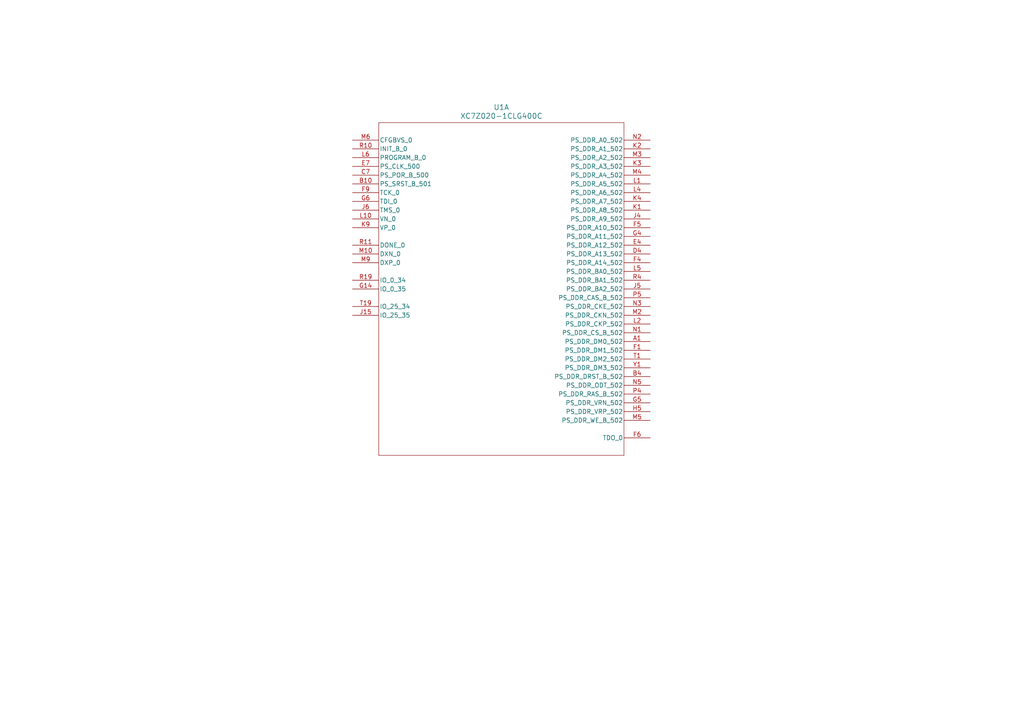
<source format=kicad_sch>
(kicad_sch (version 20231120) (generator "eeschema") (generator_version "8.0")
  (paper "A4")
  (lib_symbols
    (symbol "ZYNC-7020/XC7Z020-1CLG400C:XC7Z020-1CLG400C" (pin_names (offset 0.254))
      (property "Reference" "U" (at 43.18 10.16 0))
      (property "Value" "XC7Z020-1CLG400C" (at 43.18 7.62 0))
      (symbol "XC7Z020-1CLG400C_1_1"
        (polyline (pts (xy 7.62 -91.44) (xy 78.74 -91.44)) (stroke (width 0.127)))
        (polyline (pts (xy 7.62 5.08) (xy 7.62 -91.44)) (stroke (width 0.127)))
        (polyline (pts (xy 78.74 -91.44) (xy 78.74 5.08)) (stroke (width 0.127)))
        (polyline (pts (xy 78.74 5.08) (xy 7.62 5.08)) (stroke (width 0.127)))
        (pin output line (at 86.36 -58.42 180) (length 7.62) (name "PS_DDR_DM0_502") (number "A1"))
        (pin input line (at 0 -12.7 0) (length 7.62) (name "PS_SRST_B_501") (number "B10"))
        (pin output line (at 86.36 -68.58 180) (length 7.62) (name "PS_DDR_DRST_B_502") (number "B4"))
        (pin input line (at 0 -10.16 0) (length 7.62) (name "PS_POR_B_500") (number "C7"))
        (pin output line (at 86.36 -33.02 180) (length 7.62) (name "PS_DDR_A13_502") (number "D4"))
        (pin output line (at 86.36 -30.48 180) (length 7.62) (name "PS_DDR_A12_502") (number "E4"))
        (pin input line (at 0 -7.62 0) (length 7.62) (name "PS_CLK_500") (number "E7"))
        (pin output line (at 86.36 -60.96 180) (length 7.62) (name "PS_DDR_DM1_502") (number "F1"))
        (pin output line (at 86.36 -35.56 180) (length 7.62) (name "PS_DDR_A14_502") (number "F4"))
        (pin output line (at 86.36 -25.4 180) (length 7.62) (name "PS_DDR_A10_502") (number "F5"))
        (pin output line (at 86.36 -86.36 180) (length 7.62) (name "TDO_0") (number "F6"))
        (pin input line (at 0 -15.24 0) (length 7.62) (name "TCK_0") (number "F9"))
        (pin bidirectional line (at 0 -43.18 0) (length 7.62) (name "IO_0_35") (number "G14"))
        (pin output line (at 86.36 -27.94 180) (length 7.62) (name "PS_DDR_A11_502") (number "G4"))
        (pin output line (at 86.36 -76.2 180) (length 7.62) (name "PS_DDR_VRN_502") (number "G5"))
        (pin input line (at 0 -17.78 0) (length 7.62) (name "TDI_0") (number "G6"))
        (pin output line (at 86.36 -78.74 180) (length 7.62) (name "PS_DDR_VRP_502") (number "H5"))
        (pin bidirectional line (at 0 -50.8 0) (length 7.62) (name "IO_25_35") (number "J15"))
        (pin output line (at 86.36 -22.86 180) (length 7.62) (name "PS_DDR_A9_502") (number "J4"))
        (pin output line (at 86.36 -43.18 180) (length 7.62) (name "PS_DDR_BA2_502") (number "J5"))
        (pin input line (at 0 -20.32 0) (length 7.62) (name "TMS_0") (number "J6"))
        (pin output line (at 86.36 -20.32 180) (length 7.62) (name "PS_DDR_A8_502") (number "K1"))
        (pin output line (at 86.36 -2.54 180) (length 7.62) (name "PS_DDR_A1_502") (number "K2"))
        (pin output line (at 86.36 -7.62 180) (length 7.62) (name "PS_DDR_A3_502") (number "K3"))
        (pin output line (at 86.36 -17.78 180) (length 7.62) (name "PS_DDR_A7_502") (number "K4"))
        (pin input line (at 0 -25.4 0) (length 7.62) (name "VP_0") (number "K9"))
        (pin output line (at 86.36 -12.7 180) (length 7.62) (name "PS_DDR_A5_502") (number "L1"))
        (pin input line (at 0 -22.86 0) (length 7.62) (name "VN_0") (number "L10"))
        (pin output line (at 86.36 -53.34 180) (length 7.62) (name "PS_DDR_CKP_502") (number "L2"))
        (pin output line (at 86.36 -15.24 180) (length 7.62) (name "PS_DDR_A6_502") (number "L4"))
        (pin output line (at 86.36 -38.1 180) (length 7.62) (name "PS_DDR_BA0_502") (number "L5"))
        (pin input line (at 0 -5.08 0) (length 7.62) (name "PROGRAM_B_0") (number "L6"))
        (pin unspecified line (at 0 -33.02 0) (length 7.62) (name "DXN_0") (number "M10"))
        (pin output line (at 86.36 -50.8 180) (length 7.62) (name "PS_DDR_CKN_502") (number "M2"))
        (pin output line (at 86.36 -5.08 180) (length 7.62) (name "PS_DDR_A2_502") (number "M3"))
        (pin output line (at 86.36 -10.16 180) (length 7.62) (name "PS_DDR_A4_502") (number "M4"))
        (pin output line (at 86.36 -81.28 180) (length 7.62) (name "PS_DDR_WE_B_502") (number "M5"))
        (pin input line (at 0 0 0) (length 7.62) (name "CFGBVS_0") (number "M6"))
        (pin unspecified line (at 0 -35.56 0) (length 7.62) (name "DXP_0") (number "M9"))
        (pin output line (at 86.36 -55.88 180) (length 7.62) (name "PS_DDR_CS_B_502") (number "N1"))
        (pin output line (at 86.36 0 180) (length 7.62) (name "PS_DDR_A0_502") (number "N2"))
        (pin output line (at 86.36 -48.26 180) (length 7.62) (name "PS_DDR_CKE_502") (number "N3"))
        (pin output line (at 86.36 -71.12 180) (length 7.62) (name "PS_DDR_ODT_502") (number "N5"))
        (pin output line (at 86.36 -73.66 180) (length 7.62) (name "PS_DDR_RAS_B_502") (number "P4"))
        (pin output line (at 86.36 -45.72 180) (length 7.62) (name "PS_DDR_CAS_B_502") (number "P5"))
        (pin bidirectional line (at 0 -2.54 0) (length 7.62) (name "INIT_B_0") (number "R10"))
        (pin bidirectional line (at 0 -30.48 0) (length 7.62) (name "DONE_0") (number "R11"))
        (pin bidirectional line (at 0 -40.64 0) (length 7.62) (name "IO_0_34") (number "R19"))
        (pin output line (at 86.36 -40.64 180) (length 7.62) (name "PS_DDR_BA1_502") (number "R4"))
        (pin output line (at 86.36 -63.5 180) (length 7.62) (name "PS_DDR_DM2_502") (number "T1"))
        (pin bidirectional line (at 0 -48.26 0) (length 7.62) (name "IO_25_34") (number "T19"))
        (pin output line (at 86.36 -66.04 180) (length 7.62) (name "PS_DDR_DM3_502") (number "Y1"))
      )
      (symbol "XC7Z020-1CLG400C_2_1"
        (polyline (pts (xy 7.62 -129.54) (xy 114.3 -129.54)) (stroke (width 0.127)))
        (polyline (pts (xy 7.62 5.08) (xy 7.62 -129.54)) (stroke (width 0.127)))
        (polyline (pts (xy 114.3 -129.54) (xy 114.3 5.08)) (stroke (width 0.127)))
        (polyline (pts (xy 114.3 5.08) (xy 7.62 5.08)) (stroke (width 0.127)))
        (pin bidirectional line (at 121.92 -5.08 180) (length 7.62) (name "IO_L2N_T0_AD8N_35") (number "A20"))
        (pin bidirectional line (at 121.92 -7.62 180) (length 7.62) (name "IO_L2P_T0_AD8P_35") (number "B19"))
        (pin bidirectional line (at 121.92 0 180) (length 7.62) (name "IO_L1N_T0_AD0N_35") (number "B20"))
        (pin bidirectional line (at 121.92 -2.54 180) (length 7.62) (name "IO_L1P_T0_AD0P_35") (number "C20"))
        (pin bidirectional line (at 121.92 -10.16 180) (length 7.62) (name "IO_L3N_T0_DQS_AD1N_35") (number "D18"))
        (pin bidirectional line (at 0 -22.86 0) (length 7.62) (name "IO_L4P_T0_35") (number "D19"))
        (pin bidirectional line (at 0 -17.78 0) (length 7.62) (name "IO_L4N_T0_35") (number "D20"))
        (pin bidirectional line (at 121.92 -12.7 180) (length 7.62) (name "IO_L3P_T0_DQS_AD1P_35") (number "E17"))
        (pin bidirectional line (at 121.92 -17.78 180) (length 7.62) (name "IO_L5P_T0_AD9P_35") (number "E18"))
        (pin bidirectional line (at 121.92 -15.24 180) (length 7.62) (name "IO_L5N_T0_AD9N_35") (number "E19"))
        (pin bidirectional line (at 0 -33.02 0) (length 7.62) (name "IO_L6P_T0_35") (number "F16"))
        (pin bidirectional line (at 121.92 -48.26 180) (length 7.62) (name "IO_L15P_T2_DQS_AD12P_35") (number "F19"))
        (pin bidirectional line (at 121.92 -45.72 180) (length 7.62) (name "IO_L15N_T2_DQS_AD12N_35") (number "F20"))
        (pin bidirectional line (at 121.92 -88.9 180) (length 7.62) (name "IO_L16P_T2_35") (number "G17"))
        (pin bidirectional line (at 121.92 -81.28 180) (length 7.62) (name "IO_L16N_T2_35") (number "G18"))
        (pin bidirectional line (at 121.92 -58.42 180) (length 7.62) (name "IO_L18P_T2_AD13P_35") (number "G19"))
        (pin bidirectional line (at 121.92 -55.88 180) (length 7.62) (name "IO_L18N_T2_AD13N_35") (number "G20"))
        (pin bidirectional line (at 121.92 -116.84 180) (length 7.62) (name "IO_L19P_T3_35") (number "H15"))
        (pin bidirectional line (at 0 -99.06 0) (length 7.62) (name "IO_L13P_T2_MRCC_35") (number "H16"))
        (pin bidirectional line (at 0 -91.44 0) (length 7.62) (name "IO_L13N_T2_MRCC_35") (number "H17"))
        (pin bidirectional line (at 121.92 -40.64 180) (length 7.62) (name "IO_L14N_T2_AD4N_SRCC_35") (number "H18"))
        (pin bidirectional line (at 121.92 -50.8 180) (length 7.62) (name "IO_L17N_T2_AD5N_35") (number "H20"))
        (pin bidirectional line (at 121.92 -60.96 180) (length 7.62) (name "IO_L20N_T3_AD6N_35") (number "J14"))
        (pin bidirectional line (at 121.92 -76.2 180) (length 7.62) (name "IO_L24N_T3_AD15N_35") (number "J16"))
        (pin bidirectional line (at 121.92 -43.18 180) (length 7.62) (name "IO_L14P_T2_AD4P_SRCC_35") (number "J18"))
        (pin bidirectional line (at 121.92 -35.56 180) (length 7.62) (name "IO_L10N_T1_AD11N_35") (number "J19"))
        (pin bidirectional line (at 121.92 -53.34 180) (length 7.62) (name "IO_L17P_T2_AD5P_35") (number "J20"))
        (pin bidirectional line (at 121.92 -63.5 180) (length 7.62) (name "IO_L20P_T3_AD6P_35") (number "K14"))
        (pin bidirectional line (at 121.92 -78.74 180) (length 7.62) (name "IO_L24P_T3_AD15P_35") (number "K16"))
        (pin bidirectional line (at 0 -83.82 0) (length 7.62) (name "IO_L12P_T1_MRCC_35") (number "K17"))
        (pin bidirectional line (at 0 -76.2 0) (length 7.62) (name "IO_L12N_T1_MRCC_35") (number "K18"))
        (pin bidirectional line (at 121.92 -38.1 180) (length 7.62) (name "IO_L10P_T1_AD11P_35") (number "K19"))
        (pin bidirectional line (at 121.92 -73.66 180) (length 7.62) (name "IO_L22P_T3_AD7P_35") (number "L14"))
        (pin bidirectional line (at 121.92 -71.12 180) (length 7.62) (name "IO_L22N_T3_AD7N_35") (number "L15"))
        (pin bidirectional line (at 0 -68.58 0) (length 7.62) (name "IO_L11P_T1_SRCC_35") (number "L16"))
        (pin bidirectional line (at 0 -60.96 0) (length 7.62) (name "IO_L11N_T1_SRCC_35") (number "L17"))
        (pin bidirectional line (at 121.92 -33.02 180) (length 7.62) (name "IO_L9P_T1_DQS_AD3P_35") (number "L19"))
        (pin bidirectional line (at 121.92 -30.48 180) (length 7.62) (name "IO_L9N_T1_DQS_AD3N_35") (number "L20"))
        (pin bidirectional line (at 121.92 -27.94 180) (length 7.62) (name "IO_L8P_T1_AD10P_35") (number "M17"))
        (pin bidirectional line (at 121.92 -25.4 180) (length 7.62) (name "IO_L8N_T1_AD10N_35") (number "M18"))
        (pin bidirectional line (at 121.92 -22.86 180) (length 7.62) (name "IO_L7P_T1_AD2P_35") (number "M19"))
        (pin bidirectional line (at 121.92 -20.32 180) (length 7.62) (name "IO_L7N_T1_AD2N_35") (number "M20"))
        (pin bidirectional line (at 121.92 -68.58 180) (length 7.62) (name "IO_L21P_T3_DQS_AD14P_35") (number "N15"))
        (pin bidirectional line (at 121.92 -66.04 180) (length 7.62) (name "IO_L21N_T3_DQS_AD14N_35") (number "N16"))
        (pin bidirectional line (at 0 -96.52 0) (length 7.62) (name "IO_L13P_T2_MRCC_34") (number "N18"))
        (pin bidirectional line (at 0 -109.22 0) (length 7.62) (name "IO_L14P_T2_SRCC_34") (number "N20"))
        (pin bidirectional line (at 0 -30.48 0) (length 7.62) (name "IO_L6P_T0_34") (number "P14"))
        (pin bidirectional line (at 0 -88.9 0) (length 7.62) (name "IO_L13N_T2_MRCC_34") (number "P19"))
        (pin bidirectional line (at 0 -104.14 0) (length 7.62) (name "IO_L14N_T2_SRCC_34") (number "P20"))
        (pin bidirectional line (at 121.92 -114.3 180) (length 7.62) (name "IO_L19P_T3_34") (number "R16"))
        (pin bidirectional line (at 121.92 -121.92 180) (length 7.62) (name "IO_L20N_T3_34") (number "R18"))
        (pin bidirectional line (at 0 0 0) (length 7.62) (name "IO_L1N_T0_34") (number "T10"))
        (pin bidirectional line (at 0 -2.54 0) (length 7.62) (name "IO_L1P_T0_34") (number "T11"))
        (pin bidirectional line (at 0 -7.62 0) (length 7.62) (name "IO_L2P_T0_34") (number "T12"))
        (pin bidirectional line (at 0 -27.94 0) (length 7.62) (name "IO_L5P_T0_34") (number "T14"))
        (pin bidirectional line (at 0 -25.4 0) (length 7.62) (name "IO_L5N_T0_34") (number "T15"))
        (pin bidirectional line (at 0 -48.26 0) (length 7.62) (name "IO_L9P_T1_DQS_34") (number "T16"))
        (pin bidirectional line (at 0 -119.38 0) (length 7.62) (name "IO_L15P_T2_DQS_34") (number "T20"))
        (pin bidirectional line (at 121.92 -111.76 180) (length 7.62) (name "IO_L19P_T3_13") (number "T5"))
        (pin bidirectional line (at 0 -78.74 0) (length 7.62) (name "IO_L12P_T1_MRCC_13") (number "T9"))
        (pin bidirectional line (at 0 -71.12 0) (length 7.62) (name "IO_L12N_T1_MRCC_13") (number "U10"))
        (pin bidirectional line (at 0 -5.08 0) (length 7.62) (name "IO_L2N_T0_34") (number "U12"))
        (pin bidirectional line (at 0 -12.7 0) (length 7.62) (name "IO_L3P_T0_DQS_PUDC_B_34") (number "U13"))
        (pin bidirectional line (at 0 -66.04 0) (length 7.62) (name "IO_L11P_T1_SRCC_34") (number "U14"))
        (pin bidirectional line (at 0 -58.42 0) (length 7.62) (name "IO_L11N_T1_SRCC_34") (number "U15"))
        (pin bidirectional line (at 0 -45.72 0) (length 7.62) (name "IO_L9N_T1_DQS_34") (number "U17"))
        (pin bidirectional line (at 0 -81.28 0) (length 7.62) (name "IO_L12P_T1_MRCC_34") (number "U18"))
        (pin bidirectional line (at 0 -73.66 0) (length 7.62) (name "IO_L12N_T1_MRCC_34") (number "U19"))
        (pin bidirectional line (at 0 -114.3 0) (length 7.62) (name "IO_L15N_T2_DQS_34") (number "U20"))
        (pin bidirectional line (at 0 -63.5 0) (length 7.62) (name "IO_L11P_T1_SRCC_13") (number "U7"))
        (pin bidirectional line (at 121.92 -91.44 180) (length 7.62) (name "IO_L17N_T2_13") (number "U8"))
        (pin bidirectional line (at 121.92 -96.52 180) (length 7.62) (name "IO_L17P_T2_13") (number "U9"))
        (pin bidirectional line (at 0 -20.32 0) (length 7.62) (name "IO_L4P_T0_34") (number "V12"))
        (pin bidirectional line (at 0 -10.16 0) (length 7.62) (name "IO_L3N_T0_DQS_34") (number "V13"))
        (pin bidirectional line (at 0 -53.34 0) (length 7.62) (name "IO_L10P_T1_34") (number "V15"))
        (pin bidirectional line (at 121.92 -109.22 180) (length 7.62) (name "IO_L18P_T2_34") (number "V16"))
        (pin bidirectional line (at 121.92 -86.36 180) (length 7.62) (name "IO_L16P_T2_34") (number "V20"))
        (pin bidirectional line (at 0 -55.88 0) (length 7.62) (name "IO_L11N_T1_SRCC_13") (number "V7"))
        (pin bidirectional line (at 0 -116.84 0) (length 7.62) (name "IO_L15P_T2_DQS_13") (number "V8"))
        (pin bidirectional line (at 121.92 -83.82 180) (length 7.62) (name "IO_L16P_T2_13") (number "W10"))
        (pin bidirectional line (at 121.92 -106.68 180) (length 7.62) (name "IO_L18P_T2_13") (number "W11"))
        (pin bidirectional line (at 0 -15.24 0) (length 7.62) (name "IO_L4N_T0_34") (number "W13"))
        (pin bidirectional line (at 0 -43.18 0) (length 7.62) (name "IO_L8P_T1_34") (number "W14"))
        (pin bidirectional line (at 0 -50.8 0) (length 7.62) (name "IO_L10N_T1_34") (number "W15"))
        (pin bidirectional line (at 121.92 -104.14 180) (length 7.62) (name "IO_L18N_T2_34") (number "W16"))
        (pin bidirectional line (at 0 -124.46 0) (length 7.62) (name "IO_L16N_T2_34") (number "W20"))
        (pin bidirectional line (at 0 -111.76 0) (length 7.62) (name "IO_L15N_T2_DQS_13") (number "W8"))
        (pin bidirectional line (at 0 -121.92 0) (length 7.62) (name "IO_L16N_T2_13") (number "W9"))
        (pin bidirectional line (at 121.92 -101.6 180) (length 7.62) (name "IO_L18N_T2_13") (number "Y11"))
        (pin bidirectional line (at 121.92 -124.46 180) (length 7.62) (name "IO_L20P_T3_13") (number "Y12"))
        (pin bidirectional line (at 121.92 -119.38 180) (length 7.62) (name "IO_L20N_T3_13") (number "Y13"))
        (pin bidirectional line (at 0 -40.64 0) (length 7.62) (name "IO_L8N_T1_34") (number "Y14"))
        (pin bidirectional line (at 0 -38.1 0) (length 7.62) (name "IO_L7P_T1_34") (number "Y16"))
        (pin bidirectional line (at 0 -35.56 0) (length 7.62) (name "IO_L7N_T1_34") (number "Y17"))
        (pin bidirectional line (at 121.92 -99.06 180) (length 7.62) (name "IO_L17P_T2_34") (number "Y18"))
        (pin bidirectional line (at 121.92 -93.98 180) (length 7.62) (name "IO_L17N_T2_34") (number "Y19"))
        (pin bidirectional line (at 0 -86.36 0) (length 7.62) (name "IO_L13N_T2_MRCC_13") (number "Y6"))
        (pin bidirectional line (at 0 -93.98 0) (length 7.62) (name "IO_L13P_T2_MRCC_13") (number "Y7"))
        (pin bidirectional line (at 0 -101.6 0) (length 7.62) (name "IO_L14N_T2_SRCC_13") (number "Y8"))
        (pin bidirectional line (at 0 -106.68 0) (length 7.62) (name "IO_L14P_T2_SRCC_13") (number "Y9"))
      )
      (symbol "XC7Z020-1CLG400C_3_1"
        (polyline (pts (xy 7.62 -129.54) (xy 88.9 -129.54)) (stroke (width 0.127)))
        (polyline (pts (xy 7.62 5.08) (xy 7.62 -129.54)) (stroke (width 0.127)))
        (polyline (pts (xy 88.9 -129.54) (xy 88.9 5.08)) (stroke (width 0.127)))
        (polyline (pts (xy 88.9 5.08) (xy 7.62 5.08)) (stroke (width 0.127)))
        (pin bidirectional line (at 96.52 -106.68 180) (length 7.62) (name "PS_MIO37_501") (number "A10"))
        (pin bidirectional line (at 96.52 -104.14 180) (length 7.62) (name "PS_MIO36_501") (number "A11"))
        (pin bidirectional line (at 96.52 -99.06 180) (length 7.62) (name "PS_MIO34_501") (number "A12"))
        (pin bidirectional line (at 96.52 -93.98 180) (length 7.62) (name "PS_MIO32_501") (number "A14"))
        (pin bidirectional line (at 96.52 -78.74 180) (length 7.62) (name "PS_MIO26_501") (number "A15"))
        (pin bidirectional line (at 96.52 -73.66 180) (length 7.62) (name "PS_MIO24_501") (number "A16"))
        (pin bidirectional line (at 96.52 -63.5 180) (length 7.62) (name "PS_MIO20_501") (number "A17"))
        (pin bidirectional line (at 96.52 -53.34 180) (length 7.62) (name "PS_MIO16_501") (number "A19"))
        (pin bidirectional line (at 0 -43.18 0) (length 7.62) (name "PS_DDR_DQ2_502") (number "A2"))
        (pin bidirectional line (at 0 -45.72 0) (length 7.62) (name "PS_DDR_DQ3_502") (number "A4"))
        (pin bidirectional line (at 96.52 -27.94 180) (length 7.62) (name "PS_MIO6_500") (number "A5"))
        (pin bidirectional line (at 96.52 -25.4 180) (length 7.62) (name "PS_MIO5_500") (number "A6"))
        (pin bidirectional line (at 96.52 -15.24 180) (length 7.62) (name "PS_MIO1_500") (number "A7"))
        (pin bidirectional line (at 96.52 -121.92 180) (length 7.62) (name "PS_MIO43_501") (number "A9"))
        (pin bidirectional line (at 96.52 -68.58 180) (length 7.62) (name "PS_MIO22_501") (number "B17"))
        (pin bidirectional line (at 96.52 -58.42 180) (length 7.62) (name "PS_MIO18_501") (number "B18"))
        (pin bidirectional line (at 0 -119.38 0) (length 7.62) (name "PS_DDR_DQS_N0_502") (number "B2"))
        (pin bidirectional line (at 0 -40.64 0) (length 7.62) (name "PS_DDR_DQ1_502") (number "B3"))
        (pin bidirectional line (at 96.52 -35.56 180) (length 7.62) (name "PS_MIO9_500") (number "B5"))
        (pin bidirectional line (at 96.52 -22.86 180) (length 7.62) (name "PS_MIO4_500") (number "B7"))
        (pin bidirectional line (at 96.52 -17.78 180) (length 7.62) (name "PS_MIO2_500") (number "B8"))
        (pin bidirectional line (at 0 -53.34 0) (length 7.62) (name "PS_DDR_DQ6_502") (number "C1"))
        (pin bidirectional line (at 96.52 -86.36 180) (length 7.62) (name "PS_MIO29_501") (number "C13"))
        (pin bidirectional line (at 96.52 -88.9 180) (length 7.62) (name "PS_MIO30_501") (number "C15"))
        (pin bidirectional line (at 96.52 -83.82 180) (length 7.62) (name "PS_MIO28_501") (number "C16"))
        (pin bidirectional line (at 96.52 -116.84 180) (length 7.62) (name "PS_MIO41_501") (number "C17"))
        (pin bidirectional line (at 96.52 -111.76 180) (length 7.62) (name "PS_MIO39_501") (number "C18"))
        (pin bidirectional line (at 96.52 -2.54 180) (length 7.62) (name "PS_DDR_DQS_P0_502") (number "C2"))
        (pin bidirectional line (at 0 -38.1 0) (length 7.62) (name "PS_DDR_DQ0_502") (number "C3"))
        (pin bidirectional line (at 96.52 -48.26 180) (length 7.62) (name "PS_MIO14_500") (number "C5"))
        (pin bidirectional line (at 96.52 -40.64 180) (length 7.62) (name "PS_MIO11_500") (number "C6"))
        (pin bidirectional line (at 96.52 -50.8 180) (length 7.62) (name "PS_MIO15_500") (number "C8"))
        (pin bidirectional line (at 0 -50.8 0) (length 7.62) (name "PS_DDR_DQ5_502") (number "D1"))
        (pin bidirectional line (at 96.52 -60.96 180) (length 7.62) (name "PS_MIO19_501") (number "D10"))
        (pin bidirectional line (at 96.52 -71.12 180) (length 7.62) (name "PS_MIO23_501") (number "D11"))
        (pin bidirectional line (at 96.52 -81.28 180) (length 7.62) (name "PS_MIO27_501") (number "D13"))
        (pin bidirectional line (at 96.52 -114.3 180) (length 7.62) (name "PS_MIO40_501") (number "D14"))
        (pin bidirectional line (at 96.52 -96.52 180) (length 7.62) (name "PS_MIO33_501") (number "D15"))
        (pin bidirectional line (at 0 -48.26 0) (length 7.62) (name "PS_DDR_DQ4_502") (number "D3"))
        (pin bidirectional line (at 96.52 -33.02 180) (length 7.62) (name "PS_MIO8_500") (number "D5"))
        (pin bidirectional line (at 96.52 -20.32 180) (length 7.62) (name "PS_MIO3_500") (number "D6"))
        (pin bidirectional line (at 96.52 -30.48 180) (length 7.62) (name "PS_MIO7_500") (number "D8"))
        (pin bidirectional line (at 96.52 -43.18 180) (length 7.62) (name "PS_MIO12_500") (number "D9"))
        (pin bidirectional line (at 0 -55.88 0) (length 7.62) (name "PS_DDR_DQ7_502") (number "E1"))
        (pin bidirectional line (at 96.52 -119.38 180) (length 7.62) (name "PS_MIO42_501") (number "E12"))
        (pin bidirectional line (at 96.52 -109.22 180) (length 7.62) (name "PS_MIO38_501") (number "E13"))
        (pin bidirectional line (at 96.52 -55.88 180) (length 7.62) (name "PS_MIO17_501") (number "E14"))
        (pin bidirectional line (at 96.52 -91.44 180) (length 7.62) (name "PS_MIO31_501") (number "E16"))
        (pin bidirectional line (at 0 -58.42 0) (length 7.62) (name "PS_DDR_DQ8_502") (number "E2"))
        (pin bidirectional line (at 0 -60.96 0) (length 7.62) (name "PS_DDR_DQ9_502") (number "E3"))
        (pin bidirectional line (at 96.52 -12.7 180) (length 7.62) (name "PS_MIO0_500") (number "E6"))
        (pin bidirectional line (at 96.52 -45.72 180) (length 7.62) (name "PS_MIO13_500") (number "E8"))
        (pin bidirectional line (at 96.52 -38.1 180) (length 7.62) (name "PS_MIO10_500") (number "E9"))
        (pin bidirectional line (at 96.52 -101.6 180) (length 7.62) (name "PS_MIO35_501") (number "F12"))
        (pin bidirectional line (at 96.52 -124.46 180) (length 7.62) (name "PS_MIO44_501") (number "F13"))
        (pin bidirectional line (at 96.52 -66.04 180) (length 7.62) (name "PS_MIO21_501") (number "F14"))
        (pin bidirectional line (at 96.52 -76.2 180) (length 7.62) (name "PS_MIO25_501") (number "F15"))
        (pin bidirectional line (at 0 -121.92 0) (length 7.62) (name "PS_DDR_DQS_N1_502") (number "F2"))
        (pin bidirectional line (at 96.52 -5.08 180) (length 7.62) (name "PS_DDR_DQS_P1_502") (number "G2"))
        (pin bidirectional line (at 0 -63.5 0) (length 7.62) (name "PS_DDR_DQ10_502") (number "G3"))
        (pin bidirectional line (at 0 -73.66 0) (length 7.62) (name "PS_DDR_DQ14_502") (number "H1"))
        (pin bidirectional line (at 0 -71.12 0) (length 7.62) (name "PS_DDR_DQ13_502") (number "H2"))
        (pin bidirectional line (at 0 -66.04 0) (length 7.62) (name "PS_DDR_DQ11_502") (number "H3"))
        (pin bidirectional line (at 0 -76.2 0) (length 7.62) (name "PS_DDR_DQ15_502") (number "J1"))
        (pin bidirectional line (at 0 -68.58 0) (length 7.62) (name "PS_DDR_DQ12_502") (number "J3"))
        (pin bidirectional line (at 0 -30.48 0) (length 7.62) (name "IO_L23P_T3_35") (number "M14"))
        (pin bidirectional line (at 0 -25.4 0) (length 7.62) (name "IO_L23N_T3_35") (number "M15"))
        (pin bidirectional line (at 0 -27.94 0) (length 7.62) (name "IO_L23P_T3_34") (number "N17"))
        (pin bidirectional line (at 0 -78.74 0) (length 7.62) (name "PS_DDR_DQ16_502") (number "P1"))
        (pin bidirectional line (at 0 -35.56 0) (length 7.62) (name "IO_L24P_T3_34") (number "P15"))
        (pin bidirectional line (at 0 -33.02 0) (length 7.62) (name "IO_L24N_T3_34") (number "P16"))
        (pin bidirectional line (at 0 -22.86 0) (length 7.62) (name "IO_L23N_T3_34") (number "P18"))
        (pin bidirectional line (at 0 -81.28 0) (length 7.62) (name "PS_DDR_DQ17_502") (number "P3"))
        (pin bidirectional line (at 0 -86.36 0) (length 7.62) (name "PS_DDR_DQ19_502") (number "R1"))
        (pin bidirectional line (at 96.52 -7.62 180) (length 7.62) (name "PS_DDR_DQS_P2_502") (number "R2"))
        (pin bidirectional line (at 0 -83.82 0) (length 7.62) (name "PS_DDR_DQ18_502") (number "R3"))
        (pin bidirectional line (at 0 0 0) (length 7.62) (name "IO_L20P_T3_34") (number "T17"))
        (pin bidirectional line (at 0 -124.46 0) (length 7.62) (name "PS_DDR_DQS_N2_502") (number "T2"))
        (pin bidirectional line (at 0 -88.9 0) (length 7.62) (name "PS_DDR_DQ20_502") (number "T4"))
        (pin bidirectional line (at 0 -93.98 0) (length 7.62) (name "PS_DDR_DQ22_502") (number "U2"))
        (pin bidirectional line (at 0 -96.52 0) (length 7.62) (name "PS_DDR_DQ23_502") (number "U3"))
        (pin bidirectional line (at 0 -91.44 0) (length 7.62) (name "PS_DDR_DQ21_502") (number "U4"))
        (pin bidirectional line (at 0 -99.06 0) (length 7.62) (name "PS_DDR_DQ24_502") (number "V1"))
        (pin bidirectional line (at 0 -2.54 0) (length 7.62) (name "IO_L21N_T3_DQS_13") (number "V10"))
        (pin bidirectional line (at 0 -7.62 0) (length 7.62) (name "IO_L21P_T3_DQS_13") (number "V11"))
        (pin bidirectional line (at 0 -10.16 0) (length 7.62) (name "IO_L21P_T3_DQS_34") (number "V17"))
        (pin bidirectional line (at 0 -5.08 0) (length 7.62) (name "IO_L21N_T3_DQS_34") (number "V18"))
        (pin bidirectional line (at 0 -114.3 0) (length 7.62) (name "PS_DDR_DQ30_502") (number "V2"))
        (pin bidirectional line (at 0 -116.84 0) (length 7.62) (name "PS_DDR_DQ31_502") (number "V3"))
        (pin bidirectional line (at 0 -17.78 0) (length 7.62) (name "IO_L22P_T3_13") (number "V6"))
        (pin bidirectional line (at 0 -104.14 0) (length 7.62) (name "PS_DDR_DQ26_502") (number "W1"))
        (pin bidirectional line (at 0 -20.32 0) (length 7.62) (name "IO_L22P_T3_34") (number "W18"))
        (pin bidirectional line (at 0 -15.24 0) (length 7.62) (name "IO_L22N_T3_34") (number "W19"))
        (pin bidirectional line (at 0 -111.76 0) (length 7.62) (name "PS_DDR_DQ29_502") (number "W3"))
        (pin bidirectional line (at 96.52 0 180) (length 7.62) (name "PS_DDR_DQS_N3_502") (number "W4"))
        (pin bidirectional line (at 96.52 -10.16 180) (length 7.62) (name "PS_DDR_DQS_P3_502") (number "W5"))
        (pin bidirectional line (at 0 -12.7 0) (length 7.62) (name "IO_L22N_T3_13") (number "W6"))
        (pin bidirectional line (at 0 -109.22 0) (length 7.62) (name "PS_DDR_DQ28_502") (number "Y2"))
        (pin bidirectional line (at 0 -101.6 0) (length 7.62) (name "PS_DDR_DQ25_502") (number "Y3"))
        (pin bidirectional line (at 0 -106.68 0) (length 7.62) (name "PS_DDR_DQ27_502") (number "Y4"))
      )
      (symbol "XC7Z020-1CLG400C_4_1"
        (polyline (pts (xy 7.62 -25.4) (xy 43.18 -25.4)) (stroke (width 0.127)))
        (polyline (pts (xy 7.62 5.08) (xy 7.62 -25.4)) (stroke (width 0.127)))
        (polyline (pts (xy 43.18 -25.4) (xy 43.18 5.08)) (stroke (width 0.127)))
        (polyline (pts (xy 43.18 5.08) (xy 7.62 5.08)) (stroke (width 0.127)))
        (pin bidirectional line (at 0 -7.62 0) (length 7.62) (name "PS_MIO48_501") (number "B12"))
        (pin bidirectional line (at 0 -12.7 0) (length 7.62) (name "PS_MIO50_501") (number "B13"))
        (pin bidirectional line (at 0 -5.08 0) (length 7.62) (name "PS_MIO47_501") (number "B14"))
        (pin bidirectional line (at 0 0 0) (length 7.62) (name "PS_MIO45_501") (number "B15"))
        (pin bidirectional line (at 0 -15.24 0) (length 7.62) (name "PS_MIO51_501") (number "B9"))
        (pin bidirectional line (at 0 -17.78 0) (length 7.62) (name "PS_MIO52_501") (number "C10"))
        (pin bidirectional line (at 0 -20.32 0) (length 7.62) (name "PS_MIO53_501") (number "C11"))
        (pin bidirectional line (at 0 -10.16 0) (length 7.62) (name "PS_MIO49_501") (number "C12"))
        (pin bidirectional line (at 0 -2.54 0) (length 7.62) (name "PS_MIO46_501") (number "D16"))
      )
      (symbol "XC7Z020-1CLG400C_5_1"
        (polyline (pts (xy 7.62 -101.6) (xy 53.34 -101.6)) (stroke (width 0.127)))
        (polyline (pts (xy 7.62 7.62) (xy 7.62 -101.6)) (stroke (width 0.127)))
        (polyline (pts (xy 53.34 -101.6) (xy 53.34 7.62)) (stroke (width 0.127)))
        (polyline (pts (xy 53.34 7.62) (xy 7.62 7.62)) (stroke (width 0.127)))
        (pin power_in line (at 0 -25.4 0) (length 7.62) (name "PS_MIO_VREF_501") (number "E11"))
        (pin power_in line (at 0 -60.96 0) (length 7.62) (name "VCCBATT_0") (number "F11"))
        (pin bidirectional line (at 0 -5.08 0) (length 7.62) (name "IO_L6N_T0_VREF_35") (number "F17"))
        (pin power_in line (at 0 -63.5 0) (length 7.62) (name "VCCBRAM") (number "G11"))
        (pin power_in line (at 0 -71.12 0) (length 7.62) (name "VCCINT") (number "G13"))
        (pin bidirectional line (at 0 -12.7 0) (length 7.62) (name "IO_L19N_T3_VREF_35") (number "G15"))
        (pin power_in line (at 0 -66.04 0) (length 7.62) (name "VCCBRAM") (number "H10"))
        (pin power_in line (at 0 -73.66 0) (length 7.62) (name "VCCINT") (number "H12"))
        (pin power_in line (at 0 -17.78 0) (length 7.62) (name "PS_DDR_VREF0_502") (number "H6"))
        (pin power_in line (at 0 -48.26 0) (length 7.62) (name "VCCAUX") (number "J11"))
        (pin power_in line (at 0 -76.2 0) (length 7.62) (name "VCCINT") (number "J13"))
        (pin power_in line (at 0 -40.64 0) (length 7.62) (name "VCCADC_0") (number "J9"))
        (pin power_in line (at 0 -78.74 0) (length 7.62) (name "VCCINT") (number "K12"))
        (pin power_in line (at 0 -96.52 0) (length 7.62) (name "VCCO_0") (number "K6"))
        (pin power_in line (at 0 -50.8 0) (length 7.62) (name "VCCAUX") (number "L11"))
        (pin power_in line (at 0 -81.28 0) (length 7.62) (name "VCCINT") (number "L13"))
        (pin power_in line (at 0 -83.82 0) (length 7.62) (name "VCCINT") (number "M12"))
        (pin power_in line (at 0 -53.34 0) (length 7.62) (name "VCCAUX") (number "N11"))
        (pin power_in line (at 0 -86.36 0) (length 7.62) (name "VCCINT") (number "N13"))
        (pin power_in line (at 0 -35.56 0) (length 7.62) (name "RSVDVCC3") (number "N6"))
        (pin power_in line (at 0 -43.18 0) (length 7.62) (name "VCCAUX") (number "N9"))
        (pin power_in line (at 0 -55.88 0) (length 7.62) (name "VCCAUX") (number "P10"))
        (pin power_in line (at 0 -88.9 0) (length 7.62) (name "VCCINT") (number "P12"))
        (pin power_in line (at 0 -20.32 0) (length 7.62) (name "PS_DDR_VREF1_502") (number "P6"))
        (pin power_in line (at 0 -91.44 0) (length 7.62) (name "VCCINT") (number "R13"))
        (pin bidirectional line (at 0 -2.54 0) (length 7.62) (name "IO_L6N_T0_VREF_34") (number "R14"))
        (pin bidirectional line (at 0 -10.16 0) (length 7.62) (name "IO_L19N_T3_VREF_34") (number "R17"))
        (pin power_in line (at 0 -33.02 0) (length 7.62) (name "RSVDVCC2") (number "R6"))
        (pin power_in line (at 0 -45.72 0) (length 7.62) (name "VCCAUX") (number "R9"))
        (pin power_in line (at 0 -30.48 0) (length 7.62) (name "RSVDVCC1") (number "T6"))
        (pin bidirectional line (at 0 -7.62 0) (length 7.62) (name "IO_L19N_T3_VREF_13") (number "U5"))
        (pin bidirectional line (at 0 0 0) (length 7.62) (name "IO_L6N_T0_VREF_13") (number "V5"))
      )
      (symbol "XC7Z020-1CLG400C_6_1"
        (polyline (pts (xy 7.62 -132.08) (xy 43.18 -132.08)) (stroke (width 0.127)))
        (polyline (pts (xy 7.62 5.08) (xy 7.62 -132.08)) (stroke (width 0.127)))
        (polyline (pts (xy 43.18 -132.08) (xy 43.18 5.08)) (stroke (width 0.127)))
        (polyline (pts (xy 43.18 5.08) (xy 7.62 5.08)) (stroke (width 0.127)))
        (pin power_in line (at 0 -71.12 0) (length 7.62) (name "VCCO_MIO1_501") (number "A13"))
        (pin power_in line (at 0 -40.64 0) (length 7.62) (name "VCCO_DDR_502") (number "A3"))
        (pin power_out line (at 0 -124.46 0) (length 7.62) (name "GND") (number "A8"))
        (pin power_out line (at 0 -127 0) (length 7.62) (name "GND") (number "B1"))
        (pin power_in line (at 0 -73.66 0) (length 7.62) (name "VCCO_MIO1_501") (number "B16"))
        (pin power_in line (at 0 -66.04 0) (length 7.62) (name "VCCO_MIO0_500") (number "B6"))
        (pin power_in line (at 0 -25.4 0) (length 7.62) (name "VCCO_35") (number "C19"))
        (pin power_in line (at 0 -76.2 0) (length 7.62) (name "VCCO_MIO1_501") (number "D12"))
        (pin power_in line (at 0 -43.18 0) (length 7.62) (name "VCCO_DDR_502") (number "D2"))
        (pin power_in line (at 0 -68.58 0) (length 7.62) (name "VCCO_MIO0_500") (number "D7"))
        (pin power_in line (at 0 -78.74 0) (length 7.62) (name "VCCO_MIO1_501") (number "E15"))
        (pin power_in line (at 0 -45.72 0) (length 7.62) (name "VCCO_DDR_502") (number "E5"))
        (pin power_in line (at 0 -27.94 0) (length 7.62) (name "VCCO_35") (number "F18"))
        (pin power_in line (at 0 -83.82 0) (length 7.62) (name "VCCPAUX") (number "F8"))
        (pin power_in line (at 0 -48.26 0) (length 7.62) (name "VCCO_DDR_502") (number "G1"))
        (pin power_in line (at 0 -96.52 0) (length 7.62) (name "VCCPINT") (number "G7"))
        (pin power_in line (at 0 -111.76 0) (length 7.62) (name "VCCPLL") (number "G8"))
        (pin power_in line (at 0 -86.36 0) (length 7.62) (name "VCCPAUX") (number "G9"))
        (pin power_in line (at 0 -30.48 0) (length 7.62) (name "VCCO_35") (number "H14"))
        (pin power_in line (at 0 -50.8 0) (length 7.62) (name "VCCO_DDR_502") (number "H4"))
        (pin power_in line (at 0 -88.9 0) (length 7.62) (name "VCCPAUX") (number "H8"))
        (pin power_in line (at 0 -33.02 0) (length 7.62) (name "VCCO_35") (number "J17"))
        (pin power_in line (at 0 -99.06 0) (length 7.62) (name "VCCPINT") (number "J7"))
        (pin power_in line (at 0 -116.84 0) (length 7.62) (name "VREFN_0") (number "K10"))
        (pin power_in line (at 0 -35.56 0) (length 7.62) (name "VCCO_35") (number "K20"))
        (pin power_in line (at 0 -91.44 0) (length 7.62) (name "VCCPAUX") (number "K8"))
        (pin power_in line (at 0 -53.34 0) (length 7.62) (name "VCCO_DDR_502") (number "L3"))
        (pin power_in line (at 0 -101.6 0) (length 7.62) (name "VCCPINT") (number "L7"))
        (pin power_in line (at 0 -119.38 0) (length 7.62) (name "VREFP_0") (number "L9"))
        (pin power_in line (at 0 -38.1 0) (length 7.62) (name "VCCO_35") (number "M16"))
        (pin power_in line (at 0 -93.98 0) (length 7.62) (name "VCCPAUX") (number "M8"))
        (pin power_in line (at 0 -10.16 0) (length 7.62) (name "VCCO_34") (number "N19"))
        (pin power_in line (at 0 -104.14 0) (length 7.62) (name "VCCPINT") (number "N7"))
        (pin power_in line (at 0 -55.88 0) (length 7.62) (name "VCCO_DDR_502") (number "P2"))
        (pin power_in line (at 0 -106.68 0) (length 7.62) (name "VCCPINT") (number "P8"))
        (pin power_in line (at 0 -12.7 0) (length 7.62) (name "VCCO_34") (number "R15"))
        (pin power_in line (at 0 -58.42 0) (length 7.62) (name "VCCO_DDR_502") (number "R5"))
        (pin power_in line (at 0 -109.22 0) (length 7.62) (name "VCCPINT") (number "R7"))
        (pin power_in line (at 0 -15.24 0) (length 7.62) (name "VCCO_34") (number "T18"))
        (pin power_in line (at 0 0 0) (length 7.62) (name "VCCO_13") (number "T8"))
        (pin power_in line (at 0 -60.96 0) (length 7.62) (name "VCCO_DDR_502") (number "U1"))
        (pin power_in line (at 0 -5.08 0) (length 7.62) (name "VCCO_13") (number "U11"))
        (pin power_in line (at 0 -17.78 0) (length 7.62) (name "VCCO_34") (number "V14"))
        (pin power_in line (at 0 -63.5 0) (length 7.62) (name "VCCO_DDR_502") (number "V4"))
        (pin power_in line (at 0 -20.32 0) (length 7.62) (name "VCCO_34") (number "W17"))
        (pin power_in line (at 0 -2.54 0) (length 7.62) (name "VCCO_13") (number "W7"))
        (pin power_in line (at 0 -7.62 0) (length 7.62) (name "VCCO_13") (number "Y10"))
        (pin power_in line (at 0 -22.86 0) (length 7.62) (name "VCCO_34") (number "Y20"))
      )
      (symbol "XC7Z020-1CLG400C_7_1"
        (polyline (pts (xy 7.62 -132.08) (xy 33.02 -132.08)) (stroke (width 0.127)))
        (polyline (pts (xy 7.62 5.08) (xy 7.62 -132.08)) (stroke (width 0.127)))
        (polyline (pts (xy 33.02 -132.08) (xy 33.02 5.08)) (stroke (width 0.127)))
        (polyline (pts (xy 33.02 5.08) (xy 7.62 5.08)) (stroke (width 0.127)))
        (pin power_out line (at 0 -60.96 0) (length 7.62) (name "GND") (number "A18"))
        (pin power_out line (at 0 -63.5 0) (length 7.62) (name "GND") (number "B11"))
        (pin power_out line (at 0 -66.04 0) (length 7.62) (name "GND") (number "C14"))
        (pin power_out line (at 0 0 0) (length 7.62) (name "GND") (number "C4"))
        (pin power_out line (at 0 -2.54 0) (length 7.62) (name "GND") (number "C9"))
        (pin power_out line (at 0 -68.58 0) (length 7.62) (name "GND") (number "D17"))
        (pin power_out line (at 0 -71.12 0) (length 7.62) (name "GND") (number "E10"))
        (pin power_out line (at 0 -73.66 0) (length 7.62) (name "GND") (number "E20"))
        (pin power_out line (at 0 -5.08 0) (length 7.62) (name "GND") (number "F3"))
        (pin power_out line (at 0 -7.62 0) (length 7.62) (name "GND") (number "F7"))
        (pin power_out line (at 0 -76.2 0) (length 7.62) (name "GND") (number "G10"))
        (pin power_out line (at 0 -78.74 0) (length 7.62) (name "GND") (number "G12"))
        (pin power_out line (at 0 -81.28 0) (length 7.62) (name "GND") (number "G16"))
        (pin power_out line (at 0 -83.82 0) (length 7.62) (name "GND") (number "H11"))
        (pin power_out line (at 0 -86.36 0) (length 7.62) (name "GND") (number "H13"))
        (pin power_out line (at 0 -88.9 0) (length 7.62) (name "GND") (number "H19"))
        (pin power_out line (at 0 -10.16 0) (length 7.62) (name "GND") (number "H7"))
        (pin power_out line (at 0 -12.7 0) (length 7.62) (name "GND") (number "H9"))
        (pin power_out line (at 0 -91.44 0) (length 7.62) (name "GND") (number "J12"))
        (pin power_out line (at 0 -15.24 0) (length 7.62) (name "GND") (number "J2"))
        (pin power_out line (at 0 -17.78 0) (length 7.62) (name "GND") (number "J8"))
        (pin power_out line (at 0 -93.98 0) (length 7.62) (name "GND") (number "K11"))
        (pin power_out line (at 0 -96.52 0) (length 7.62) (name "GND") (number "K13"))
        (pin power_out line (at 0 -99.06 0) (length 7.62) (name "GND") (number "K15"))
        (pin power_out line (at 0 -20.32 0) (length 7.62) (name "GND") (number "K5"))
        (pin power_out line (at 0 -22.86 0) (length 7.62) (name "GND") (number "K7"))
        (pin power_out line (at 0 -101.6 0) (length 7.62) (name "GND") (number "L12"))
        (pin power_out line (at 0 -104.14 0) (length 7.62) (name "GND") (number "L18"))
        (pin power_out line (at 0 -25.4 0) (length 7.62) (name "GND") (number "L8"))
        (pin power_out line (at 0 -27.94 0) (length 7.62) (name "GND") (number "M1"))
        (pin power_out line (at 0 -106.68 0) (length 7.62) (name "GND") (number "M11"))
        (pin power_out line (at 0 -109.22 0) (length 7.62) (name "GND") (number "M13"))
        (pin power_out line (at 0 -30.48 0) (length 7.62) (name "GND") (number "M7"))
        (pin power_out line (at 0 -111.76 0) (length 7.62) (name "GND") (number "N10"))
        (pin power_out line (at 0 -114.3 0) (length 7.62) (name "GND") (number "N12"))
        (pin power_out line (at 0 -116.84 0) (length 7.62) (name "GND") (number "N14"))
        (pin power_out line (at 0 -33.02 0) (length 7.62) (name "GND") (number "N4"))
        (pin power_out line (at 0 -35.56 0) (length 7.62) (name "GND") (number "N8"))
        (pin power_out line (at 0 -119.38 0) (length 7.62) (name "GND") (number "P11"))
        (pin power_out line (at 0 -121.92 0) (length 7.62) (name "GND") (number "P13"))
        (pin power_out line (at 0 -124.46 0) (length 7.62) (name "GND") (number "P17"))
        (pin power_out line (at 0 -38.1 0) (length 7.62) (name "GND") (number "P7"))
        (pin power_out line (at 0 -40.64 0) (length 7.62) (name "GND") (number "P9"))
        (pin power_out line (at 0 -127 0) (length 7.62) (name "GND") (number "R12"))
        (pin power_out line (at 0 -43.18 0) (length 7.62) (name "GND") (number "R8"))
        (pin power_out line (at 0 -45.72 0) (length 7.62) (name "GND") (number "T3"))
        (pin power_out line (at 0 -48.26 0) (length 7.62) (name "GND") (number "T7"))
        (pin power_out line (at 0 -50.8 0) (length 7.62) (name "GND") (number "U6"))
        (pin power_out line (at 0 -53.34 0) (length 7.62) (name "GND") (number "V9"))
        (pin power_out line (at 0 -55.88 0) (length 7.62) (name "GND") (number "W2"))
        (pin power_out line (at 0 -58.42 0) (length 7.62) (name "GND") (number "Y5"))
      )
      (symbol "XC7Z020-1CLG400C_8_1"
        (polyline (pts (xy 7.62 -25.4) (xy 33.02 -25.4)) (stroke (width 0.127)))
        (polyline (pts (xy 7.62 5.08) (xy 7.62 -25.4)) (stroke (width 0.127)))
        (polyline (pts (xy 33.02 -25.4) (xy 33.02 5.08)) (stroke (width 0.127)))
        (polyline (pts (xy 33.02 5.08) (xy 7.62 5.08)) (stroke (width 0.127)))
        (pin power_out line (at 0 -20.32 0) (length 7.62) (name "RSVDGND") (number "F10"))
        (pin power_out line (at 0 -15.24 0) (length 7.62) (name "GNDADC_0") (number "J10"))
        (pin power_out line (at 0 0 0) (length 7.62) (name "GND") (number "R20"))
        (pin power_out line (at 0 -2.54 0) (length 7.62) (name "GND") (number "T13"))
        (pin power_out line (at 0 -5.08 0) (length 7.62) (name "GND") (number "U16"))
        (pin power_out line (at 0 -7.62 0) (length 7.62) (name "GND") (number "V19"))
        (pin power_out line (at 0 -10.16 0) (length 7.62) (name "GND") (number "W12"))
        (pin power_out line (at 0 -12.7 0) (length 7.62) (name "GND") (number "Y15"))
      )
    )
  )
  (symbol (lib_id "ZYNC-7020/XC7Z020-1CLG400C:XC7Z020-1CLG400C") (at 102.235 40.64 0) (unit 1)
    (property "Reference" "U1" (at 145.415 31.115 0) (effects (font (size 1.524 1.524))))
    (property "Value" "XC7Z020-1CLG400C" (at 145.415 33.655 0) (effects (font (size 1.524 1.524))))
    (property "Footprint" "ul_XC7Z020-1CLG400C:CLG400_ZYNQ-7000_XIL-L" (effects (hide yes)))
    (property "Datasheet" "XC7Z020-1CLG400C" (effects (hide yes)))
  )
)
</source>
